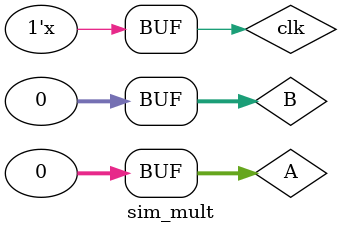
<source format=v>
`timescale 1ns / 1ps


module sim_mult(

    );
    reg clk;
    reg [31:0] A, B;
    wire [31:0] P;
    always #10 clk<=!clk;
    mult_gen_0 your_instance_name (
      .CLK(clk),  // input wire CLK
      .A(A),      // input wire [31 : 0] A
      .B(B),      // input wire [31 : 0] B
      .P(P)      // output wire [63 : 0] P
    );
    initial begin
        clk=0;
        A=1;
        B=2;
        #210
        A=32'hFFFFFFF0;
        B=5;
        #20
        A=0;
        B=0;
    end
endmodule

</source>
